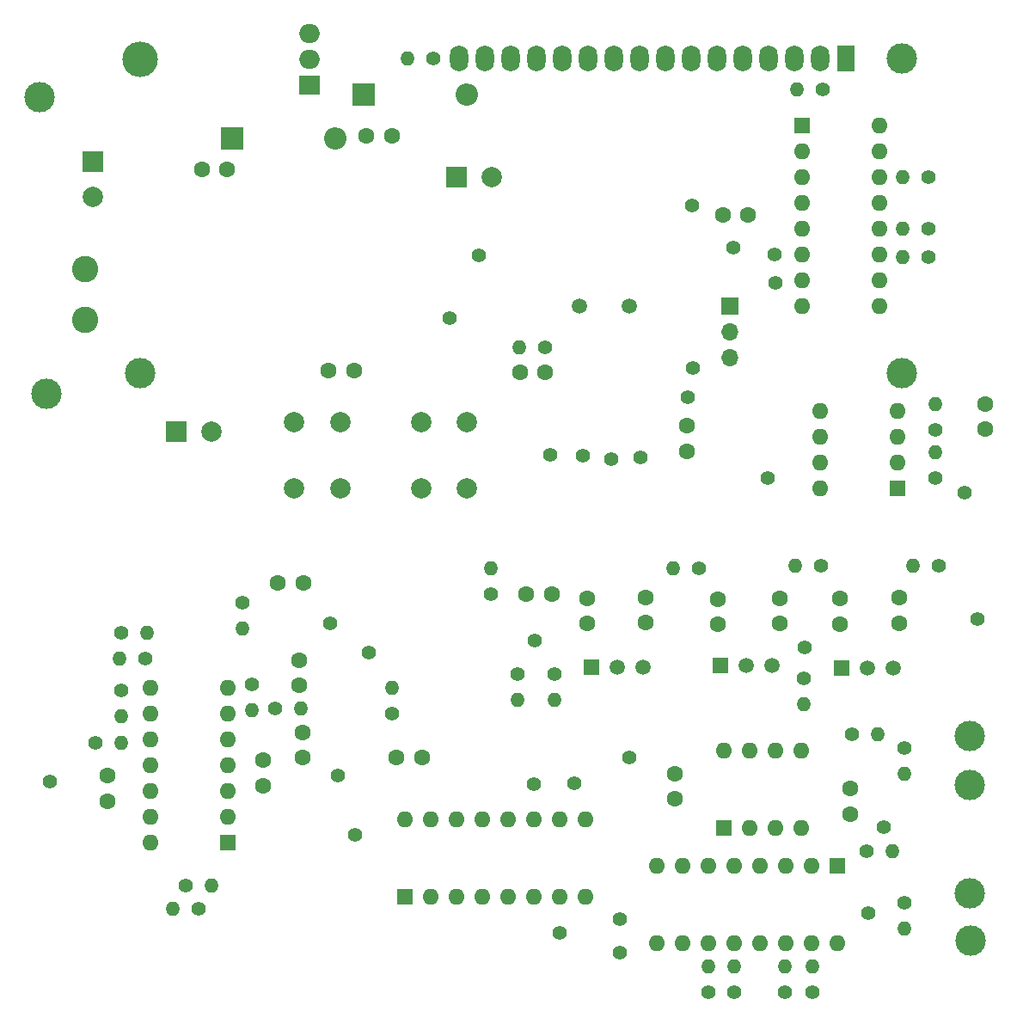
<source format=gbr>
%TF.GenerationSoftware,KiCad,Pcbnew,5.1.8-5.1.8*%
%TF.CreationDate,2021-08-29T21:24:45+08:00*%
%TF.ProjectId,lcr-1,6c63722d-312e-46b6-9963-61645f706362,rev?*%
%TF.SameCoordinates,Original*%
%TF.FileFunction,Soldermask,Bot*%
%TF.FilePolarity,Negative*%
%FSLAX46Y46*%
G04 Gerber Fmt 4.6, Leading zero omitted, Abs format (unit mm)*
G04 Created by KiCad (PCBNEW 5.1.8-5.1.8) date 2021-08-29 21:24:45*
%MOMM*%
%LPD*%
G01*
G04 APERTURE LIST*
%ADD10O,3.500000X3.500000*%
%ADD11R,2.000000X1.905000*%
%ADD12O,2.000000X1.905000*%
%ADD13C,1.400000*%
%ADD14C,3.000000*%
%ADD15O,1.800000X2.600000*%
%ADD16R,1.800000X2.600000*%
%ADD17O,1.400000X1.400000*%
%ADD18C,1.600000*%
%ADD19O,1.600000X1.600000*%
%ADD20R,1.600000X1.600000*%
%ADD21R,1.500000X1.500000*%
%ADD22C,1.500000*%
%ADD23C,2.000000*%
%ADD24C,2.600000*%
%ADD25O,1.700000X1.700000*%
%ADD26R,1.700000X1.700000*%
%ADD27O,2.200000X2.200000*%
%ADD28R,2.200000X2.200000*%
%ADD29R,2.000000X2.000000*%
G04 APERTURE END LIST*
D10*
%TO.C,U8*%
X103499780Y-65397380D03*
D11*
X120159780Y-67937380D03*
D12*
X120159780Y-65397380D03*
X120159780Y-62857380D03*
%TD*%
D13*
%TO.C,J38*%
X161838640Y-83908900D03*
%TD*%
%TO.C,J37*%
X166027100Y-87393780D03*
%TD*%
%TO.C,J36*%
X165925500Y-84548980D03*
%TD*%
%TO.C,J35*%
X157855920Y-79768700D03*
%TD*%
%TO.C,J34*%
X136794240Y-84696300D03*
%TD*%
%TO.C,J33*%
X133954520Y-90840560D03*
%TD*%
D14*
%TO.C,J32*%
X94200980Y-98298000D03*
%TD*%
%TO.C,J31*%
X93543120Y-69121020D03*
%TD*%
D13*
%TO.C,J30*%
X122130820Y-120886220D03*
%TD*%
%TO.C,J29*%
X168876980Y-123248420D03*
%TD*%
%TO.C,J28*%
X142288260Y-122593100D03*
%TD*%
%TO.C,J27*%
X184670700Y-108046520D03*
%TD*%
%TO.C,J26*%
X125948440Y-123789440D03*
%TD*%
%TO.C,J25*%
X185897520Y-120456960D03*
%TD*%
%TO.C,J24*%
X165232080Y-106596180D03*
%TD*%
%TO.C,J23*%
X122905520Y-135892540D03*
%TD*%
%TO.C,J22*%
X94561660Y-136512300D03*
%TD*%
%TO.C,J21*%
X146207480Y-136629140D03*
%TD*%
%TO.C,J20*%
X152775920Y-104548940D03*
%TD*%
%TO.C,J19*%
X150715980Y-153344880D03*
%TD*%
%TO.C,J18*%
X157413960Y-98668840D03*
%TD*%
%TO.C,J17*%
X143850360Y-104267000D03*
%TD*%
%TO.C,J16*%
X150677880Y-150040340D03*
%TD*%
%TO.C,J15*%
X157858460Y-95785940D03*
%TD*%
%TO.C,J14*%
X142229840Y-136718040D03*
%TD*%
%TO.C,J12*%
X144762220Y-151363680D03*
%TD*%
%TO.C,J10*%
X124655580Y-141747240D03*
%TD*%
%TO.C,J9*%
X147043140Y-104376220D03*
%TD*%
%TO.C,J8*%
X175201580Y-149458680D03*
%TD*%
%TO.C,J7*%
X151655780Y-134081520D03*
%TD*%
%TO.C,J6*%
X149877780Y-104744520D03*
%TD*%
D14*
%TO.C,J5*%
X185206640Y-152105360D03*
%TD*%
%TO.C,J4*%
X185158380Y-147513040D03*
%TD*%
%TO.C,J3*%
X185199020Y-136794240D03*
%TD*%
%TO.C,J2*%
X185166000Y-132029200D03*
%TD*%
D13*
%TO.C,J1*%
X176695100Y-140987780D03*
%TD*%
D14*
%TO.C,DS1*%
X103474000Y-65278000D03*
X103474520Y-96278700D03*
X178473100Y-96278700D03*
X178473100Y-65278000D03*
D15*
X134874000Y-65278000D03*
X137414000Y-65278000D03*
X139954000Y-65278000D03*
X142494000Y-65278000D03*
X145034000Y-65278000D03*
X147574000Y-65278000D03*
X150114000Y-65278000D03*
X152654000Y-65278000D03*
X155194000Y-65278000D03*
X157734000Y-65278000D03*
X160274000Y-65278000D03*
X162814000Y-65278000D03*
X165354000Y-65278000D03*
X167894000Y-65278000D03*
X170434000Y-65278000D03*
D16*
X172974000Y-65278000D03*
%TD*%
D17*
%TO.C,R16*%
X167939980Y-115255040D03*
D13*
X170479980Y-115255040D03*
%TD*%
D18*
%TO.C,C12*%
X172415460Y-120947820D03*
X172415460Y-118447820D03*
%TD*%
D19*
%TO.C,U6*%
X170393360Y-107635040D03*
X178013360Y-100015040D03*
X170393360Y-105095040D03*
X178013360Y-102555040D03*
X170393360Y-102555040D03*
X178013360Y-105095040D03*
X170393360Y-100015040D03*
D20*
X178013360Y-107635040D03*
%TD*%
D19*
%TO.C,U5*%
X104444800Y-142534640D03*
X112064800Y-127294640D03*
X104444800Y-139994640D03*
X112064800Y-129834640D03*
X104444800Y-137454640D03*
X112064800Y-132374640D03*
X104444800Y-134914640D03*
X112064800Y-134914640D03*
X104444800Y-132374640D03*
X112064800Y-137454640D03*
X104444800Y-129834640D03*
X112064800Y-139994640D03*
X104444800Y-127294640D03*
D20*
X112064800Y-142534640D03*
%TD*%
D19*
%TO.C,U1*%
X160981160Y-133410400D03*
X168601160Y-141030400D03*
X163521160Y-133410400D03*
X166061160Y-141030400D03*
X166061160Y-133410400D03*
X163521160Y-141030400D03*
X168601160Y-133410400D03*
D20*
X160981160Y-141030400D03*
%TD*%
D17*
%TO.C,R33*%
X168148000Y-68326000D03*
D13*
X170688000Y-68326000D03*
%TD*%
D17*
%TO.C,R32*%
X129794000Y-65278000D03*
D13*
X132334000Y-65278000D03*
%TD*%
D17*
%TO.C,R31*%
X178562000Y-76962000D03*
D13*
X181102000Y-76962000D03*
%TD*%
%TO.C,R30*%
X181102000Y-84836000D03*
D17*
X178562000Y-84836000D03*
%TD*%
%TO.C,R29*%
X178562000Y-82042000D03*
D13*
X181102000Y-82042000D03*
%TD*%
D17*
%TO.C,R28*%
X113558320Y-121381520D03*
D13*
X113558320Y-118841520D03*
%TD*%
D17*
%TO.C,R25*%
X144277340Y-128440180D03*
D13*
X144277340Y-125900180D03*
%TD*%
D17*
%TO.C,R24*%
X140609580Y-128435100D03*
D13*
X140609580Y-125895100D03*
%TD*%
D17*
%TO.C,R27*%
X114477800Y-129458720D03*
D13*
X114477800Y-126918720D03*
%TD*%
D17*
%TO.C,R26*%
X119253000Y-129326640D03*
D13*
X116713000Y-129326640D03*
%TD*%
D17*
%TO.C,R22*%
X128254760Y-127259080D03*
D13*
X128254760Y-129799080D03*
%TD*%
D17*
%TO.C,R23*%
X168856920Y-128821180D03*
D13*
X168856920Y-126281180D03*
%TD*%
D17*
%TO.C,R21*%
X181797960Y-99314000D03*
D13*
X181797960Y-101854000D03*
%TD*%
D17*
%TO.C,R20*%
X181747160Y-104079040D03*
D13*
X181747160Y-106619040D03*
%TD*%
D17*
%TO.C,R18*%
X104124760Y-121828560D03*
D13*
X101584760Y-121828560D03*
%TD*%
D17*
%TO.C,R17*%
X101427280Y-124338080D03*
D13*
X103967280Y-124338080D03*
%TD*%
D17*
%TO.C,R15*%
X101630480Y-130022600D03*
D13*
X101630480Y-127482600D03*
%TD*%
D17*
%TO.C,R14*%
X101630480Y-132648960D03*
D13*
X99090480Y-132648960D03*
%TD*%
D17*
%TO.C,R19*%
X179570640Y-115224560D03*
D13*
X182110640Y-115224560D03*
%TD*%
D17*
%TO.C,R12*%
X110467140Y-146758660D03*
D13*
X107927140Y-146758660D03*
%TD*%
D17*
%TO.C,R13*%
X106710480Y-149026880D03*
D13*
X109250480Y-149026880D03*
%TD*%
D17*
%TO.C,R11*%
X155925780Y-115488720D03*
D13*
X158465780Y-115488720D03*
%TD*%
D17*
%TO.C,R10*%
X138000000Y-115460000D03*
D13*
X138000000Y-118000000D03*
%TD*%
D17*
%TO.C,R9*%
X177561240Y-143319500D03*
D13*
X175021240Y-143319500D03*
%TD*%
D17*
%TO.C,R8*%
X159385000Y-154716480D03*
D13*
X159385000Y-157256480D03*
%TD*%
D17*
%TO.C,R7*%
X169656760Y-154675840D03*
D13*
X169656760Y-157215840D03*
%TD*%
D17*
%TO.C,R6*%
X178704240Y-150977600D03*
D13*
X178704240Y-148437600D03*
%TD*%
D17*
%TO.C,R5*%
X178762000Y-135756660D03*
D13*
X178762000Y-133216660D03*
%TD*%
D17*
%TO.C,R4*%
X176093120Y-131820920D03*
D13*
X173553120Y-131820920D03*
%TD*%
D17*
%TO.C,R3*%
X140776960Y-93751400D03*
D13*
X143316960Y-93751400D03*
%TD*%
D17*
%TO.C,R2*%
X166984680Y-154675840D03*
D13*
X166984680Y-157215840D03*
%TD*%
D17*
%TO.C,R1*%
X161996120Y-154716480D03*
D13*
X161996120Y-157256480D03*
%TD*%
D18*
%TO.C,C14*%
X178191420Y-120902100D03*
X178191420Y-118402100D03*
%TD*%
%TO.C,C11*%
X166436300Y-120919880D03*
X166436300Y-118419880D03*
%TD*%
%TO.C,C9*%
X153243540Y-120841140D03*
X153243540Y-118341140D03*
%TD*%
D21*
%TO.C,Q2*%
X160642560Y-125082300D03*
D22*
X165722560Y-125082300D03*
X163182560Y-125082300D03*
%TD*%
D18*
%TO.C,C8*%
X147462500Y-120919880D03*
X147462500Y-118419880D03*
%TD*%
%TO.C,C19*%
X119496840Y-134148200D03*
X119496840Y-131648200D03*
%TD*%
%TO.C,C13*%
X186644280Y-99287960D03*
X186644280Y-101787960D03*
%TD*%
D22*
%TO.C,Y1*%
X146758000Y-89662000D03*
X151638000Y-89662000D03*
%TD*%
D19*
%TO.C,U7*%
X176276000Y-71882000D03*
X168656000Y-89662000D03*
X176276000Y-74422000D03*
X168656000Y-87122000D03*
X176276000Y-76962000D03*
X168656000Y-84582000D03*
X176276000Y-79502000D03*
X168656000Y-82042000D03*
X176276000Y-82042000D03*
X168656000Y-79502000D03*
X176276000Y-84582000D03*
X168656000Y-76962000D03*
X176276000Y-87122000D03*
X168656000Y-74422000D03*
X176276000Y-89662000D03*
D20*
X168656000Y-71882000D03*
%TD*%
D19*
%TO.C,U4*%
X172110400Y-152405080D03*
X154330400Y-144785080D03*
X169570400Y-152405080D03*
X156870400Y-144785080D03*
X167030400Y-152405080D03*
X159410400Y-144785080D03*
X164490400Y-152405080D03*
X161950400Y-144785080D03*
X161950400Y-152405080D03*
X164490400Y-144785080D03*
X159410400Y-152405080D03*
X167030400Y-144785080D03*
X156870400Y-152405080D03*
X169570400Y-144785080D03*
X154330400Y-152405080D03*
D20*
X172110400Y-144785080D03*
%TD*%
D19*
%TO.C,U3*%
X129514600Y-140238480D03*
X147294600Y-147858480D03*
X132054600Y-140238480D03*
X144754600Y-147858480D03*
X134594600Y-140238480D03*
X142214600Y-147858480D03*
X137134600Y-140238480D03*
X139674600Y-147858480D03*
X139674600Y-140238480D03*
X137134600Y-147858480D03*
X142214600Y-140238480D03*
X134594600Y-147858480D03*
X144754600Y-140238480D03*
X132054600Y-147858480D03*
X147294600Y-140238480D03*
D20*
X129514600Y-147858480D03*
%TD*%
D23*
%TO.C,SW2*%
X131150360Y-107602160D03*
X135650360Y-107602160D03*
X131150360Y-101102160D03*
X135650360Y-101102160D03*
%TD*%
%TO.C,SW1*%
X123149360Y-101074080D03*
X118649360Y-101074080D03*
X123149360Y-107574080D03*
X118649360Y-107574080D03*
%TD*%
D21*
%TO.C,Q3*%
X172567860Y-125318520D03*
D22*
X177647860Y-125318520D03*
X175107860Y-125318520D03*
%TD*%
D21*
%TO.C,Q1*%
X147896840Y-125239780D03*
D22*
X152976840Y-125239780D03*
X150436840Y-125239780D03*
%TD*%
D24*
%TO.C,L1*%
X98000000Y-86000000D03*
X98000000Y-91000000D03*
%TD*%
D25*
%TO.C,J11*%
X161544000Y-94742000D03*
X161544000Y-92202000D03*
D26*
X161544000Y-89662000D03*
%TD*%
D27*
%TO.C,D3*%
X135636000Y-68834000D03*
D28*
X125476000Y-68834000D03*
%TD*%
D27*
%TO.C,D1*%
X122682000Y-73152000D03*
D28*
X112522000Y-73152000D03*
%TD*%
D18*
%TO.C,C18*%
X119151400Y-124535560D03*
X119151400Y-127035560D03*
%TD*%
%TO.C,C25*%
X163358200Y-80665320D03*
X160858200Y-80665320D03*
%TD*%
%TO.C,C20*%
X119502560Y-116951760D03*
X117002560Y-116951760D03*
%TD*%
%TO.C,C17*%
X100279200Y-135904600D03*
X100279200Y-138404600D03*
%TD*%
%TO.C,C16*%
X115590320Y-134367900D03*
X115590320Y-136867900D03*
%TD*%
%TO.C,C15*%
X131206880Y-134086600D03*
X128706880Y-134086600D03*
%TD*%
%TO.C,C5*%
X140873480Y-96205040D03*
X143373480Y-96205040D03*
%TD*%
%TO.C,C10*%
X160365700Y-121024020D03*
X160365700Y-118524020D03*
%TD*%
D23*
%TO.C,C27*%
X110500000Y-102000000D03*
D29*
X107000000Y-102000000D03*
%TD*%
D23*
%TO.C,C26*%
X138120000Y-76962000D03*
D29*
X134620000Y-76962000D03*
%TD*%
D18*
%TO.C,C24*%
X124500000Y-96000000D03*
X122000000Y-96000000D03*
%TD*%
%TO.C,C23*%
X128230000Y-72898000D03*
X125730000Y-72898000D03*
%TD*%
D23*
%TO.C,C22*%
X98806000Y-78938000D03*
D29*
X98806000Y-75438000D03*
%TD*%
D18*
%TO.C,C21*%
X109514000Y-76200000D03*
X112014000Y-76200000D03*
%TD*%
%TO.C,C6*%
X157332680Y-101462200D03*
X157332680Y-103962200D03*
%TD*%
%TO.C,C7*%
X141500000Y-118000000D03*
X144000000Y-118000000D03*
%TD*%
%TO.C,C4*%
X173385480Y-139665080D03*
X173385480Y-137165080D03*
%TD*%
%TO.C,C3*%
X156128720Y-135706480D03*
X156128720Y-138206480D03*
%TD*%
M02*

</source>
